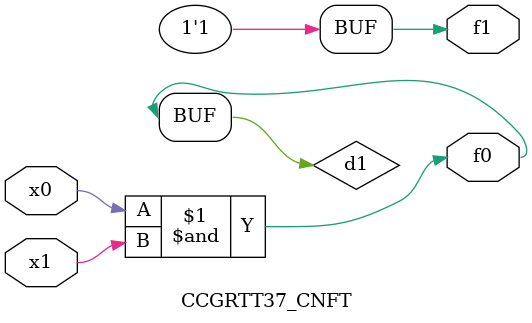
<source format=v>
module CCGRTT37_CNFT(
	input x0, x1,
	output f0, f1
);

	wire d1;

	assign f0 = d1;
	and (d1, x0, x1);
	assign f1 = 1'b1;
endmodule

</source>
